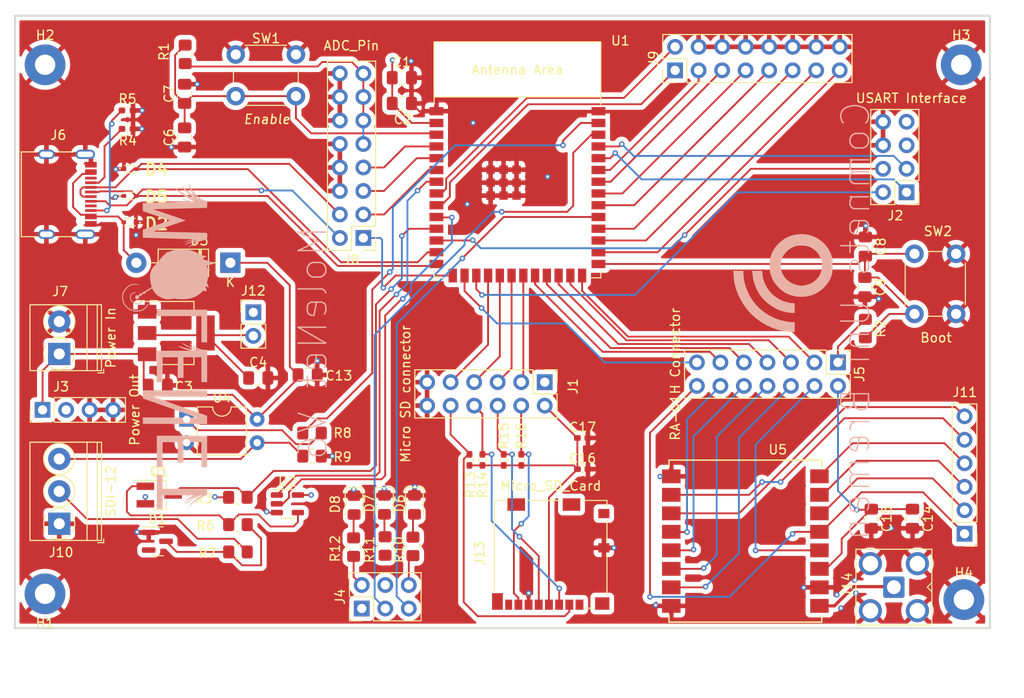
<source format=kicad_pcb>
(kicad_pcb (version 20221018) (generator pcbnew)
  (title_block (title "MoleNet V6") (date "2023-11-29") (rev "1") (company "Comnets Uni Bremen") (comment 1 "Karun Raj Koloth"))
  (layers (0 "F.Cu" signal) (1 "In1.Cu" power "GND") (2 "In2.Cu" power "PWR") (31 "B.Cu" signal) (34 "B.Paste" user) (35 "F.Paste" user) (36 "B.SilkS" user "B.Silkscreen") (37 "F.SilkS" user "F.Silkscreen") (38 "B.Mask" user) (39 "F.Mask" user) (44 "Edge.Cuts" user))
  (net 0 "")
  (net 1 "GND")
  (net 2 "Net-(J10-Pin_2)")
  (net 3 "Net-(J10-Pin_3)")
  (net 4 "+12V")
  (net 5 "Net-(D8-A)")
  (net 6 "Power_Led")
  (net 7 "Net-(D7-A)")
  (net 8 "GPIO_2_LED")
  (net 9 "Net-(D6-A)")
  (net 10 "GPIO_9_LED")
  (net 11 "GPIO_1")
  (net 12 "Net-(R8-Pad2)")
  (net 13 "Net-(D1-K)")
  (net 14 "Net-(Q1-G)")
  (net 15 "SDI_RX")
  (net 16 "+3.3V")
  (net 17 "GPIO_0")
  (net 18 "CHIP_PU")
  (net 19 "SD_MOSI_H")
  (net 20 "SD_VDD")
  (net 21 "SD_CS_H")
  (net 22 "SD_SCK_H")
  (net 23 "Net-(J6-CC2)")
  (net 24 "Net-(J6-CC1)")
  (net 25 "SD_MISO_H")
  (net 26 "RA_VDD")
  (net 27 "RA_RESET_H")
  (net 28 "RA_DIO0_H")
  (net 29 "Net-(J11-Pin_2)")
  (net 30 "Net-(J11-Pin_3)")
  (net 31 "Net-(J11-Pin_4)")
  (net 32 "Net-(J11-Pin_5)")
  (net 33 "Net-(J11-Pin_6)")
  (net 34 "RA_SCK_H")
  (net 35 "RA_MISO_H")
  (net 36 "RA_MOSI_H")
  (net 37 "RA_NCS_H")
  (net 38 "DIR_Out")
  (net 39 "SDI_TX")
  (net 41 "ADC_3")
  (net 42 "ADC_4")
  (net 43 "ADC_5")
  (net 44 "GPIO_15")
  (net 45 "GPIO_16")
  (net 46 "I2C_SCL")
  (net 47 "D-")
  (net 48 "D+")
  (net 49 "ADC_2")
  (net 50 "RA_MISO")
  (net 51 "I2C_SCA")
  (net 52 "SD_CS")
  (net 53 "SD_MOSI")
  (net 54 "SD_SCK")
  (net 55 "SD_MISO")
  (net 56 "RA_NCS")
  (net 57 "RA_RESET")
  (net 58 "RA_DIO0")
  (net 59 "RA_SCK")
  (net 60 "GPIO_35")
  (net 61 "GPIO_36")
  (net 62 "GPIO_37")
  (net 63 "RA_MOSI")
  (net 64 "GPIO_39")
  (net 65 "GPIO_40")
  (net 66 "GPIO_41")
  (net 67 "GPIO_42")
  (net 68 "U1RXD")
  (net 69 "U1TXD")
  (net 70 "GPIO_2")
  (net 71 "Net-(D3-A)")
  (net 76 "GPIO_38")
  (net 77 "GIPO_2_LED")
  (net 78 "Net-(J14-In)")
  (net 79 "Net-(J12-Pin_2)")
  (footprint "Package_TO_SOT_SMD:SOT-23-5" (layer "F.Cu") (at 122.4375 110.25)
    (fp_text reference "U2")
    (fp_text value "SN74LVC1G125DBVR")
  )
  (footprint "Connector_PinHeader_2.54mm:PinHeader_2x06_P2.54mm_Vertical" (layer "F.Cu") (at 150.23 97.1 -90)
    (fp_text reference "J1")
    (fp_text value "Micro SD connector")
  )
  (footprint "Connector_PinHeader_2.54mm:PinHeader_1x02_P2.54mm_Vertical" (layer "F.Cu") (at 118.76 89.56)
    (fp_text reference "J12")
    (fp_text value "Conn_01x02" hide)
  )
  (footprint "Resistor_SMD:R_0402_1005Metric_Pad0.72x0.64mm_HandSolder" (layer "F.Cu") (at 142.1 105.5 -90)
    (fp_text reference "R13")
    (fp_text value "10K")
  )
  (footprint "Resistor_SMD:R_0805_2012Metric_Pad1.20x1.40mm_HandSolder" (layer "F.Cu") (at 117.09 109.55)
    (fp_text reference "R3")
    (fp_text value "220")
  )
  (footprint "Resistor_SMD:R_0805_2012Metric_Pad1.20x1.40mm_HandSolder" (layer "F.Cu") (at 111.4 61.6725 90)
    (fp_text reference "R1")
    (fp_text value "10k" hide)
  )
  (footprint "Package_TO_SOT_SMD:SOT-23" (layer "F.Cu") (at 108.4 114.3)
    (fp_text reference "D1")
    (fp_text value "BZX84C7V5LT1G")
  )
  (footprint "MountingHole:MountingHole_2.2mm_M2_Pad" (layer "F.Cu") (at 96.27 62.8)
    (fp_text reference "H2")
    (fp_text value "MountingHole_Pad" hide)
  )
  (footprint "KiCad:LESD5D50CT1G" (layer "F.Cu") (at 105.42 79.81 180)
    (fp_text reference "D2")
    (fp_text value "LESD5D5.0CT1G" hide)
  )
  (footprint "Package_TO_SOT_SMD:SOT-223-3_TabPin2" (layer "F.Cu") (at 110.44 91.79)
    (fp_text reference "U3")
    (fp_text value "LD1117S33TR_SOT223")
  )
  (footprint "Resistor_SMD:R_0402_1005Metric_Pad0.72x0.64mm_HandSolder" (layer "F.Cu") (at 147.7 105.5 -90)
    (fp_text reference "R16")
    (fp_text value "10K")
  )
  (footprint "PCM_Espressif:ESP32-S3-WROOM-1" (layer "F.Cu") (at 147.285 76.08)
    (fp_text reference "U1")
    (fp_text value "ESP32-S3-WROOM-1")
  )
  (footprint "Connector_PinHeader_2.54mm:PinHeader_2x03_P2.54mm_Vertical" (layer "F.Cu") (at 130.47 121.565 90)
    (fp_text reference "J4")
    (fp_text value "LED_Switch")
  )
  (footprint "Resistor_SMD:R_0805_2012Metric_Pad1.20x1.40mm_HandSolder" (layer "F.Cu") (at 184.86 91.31 -90)
    (fp_text reference "R2")
    (fp_text value "10k")
  )
  (footprint "Capacitor_SMD:C_0805_2012Metric_Pad1.18x1.45mm_HandSolder" (layer "F.Cu") (at 185.5 111.8625 -90)
    (fp_text reference "C15")
    (fp_text value "100nF")
  )
  (footprint "KiCad:LESD5D50CT1G" (layer "F.Cu") (at 105.45 74.08)
    (fp_text reference "D4")
    (fp_text value "LESD5D5.0CT1G" hide)
  )
  (footprint "LED_SMD:LED_0805_2012Metric_Pad1.15x1.40mm_HandSolder" (layer "F.Cu") (at 129.64 110.385 -90)
    (fp_text reference "D8")
    (fp_text value "LED")
  )
  (footprint "LED_SMD:LED_0805_2012Metric_Pad1.15x1.40mm_HandSolder" (layer "F.Cu") (at 136.16 110.365 -90)
    (fp_text reference "D6")
    (fp_text value "LED")
  )
  (footprint "MountingHole:MountingHole_2.2mm_M2_Pad" (layer "F.Cu") (at 96.26 119.98 180)
    (fp_text reference "H1")
    (fp_text value "MountingHole_Pad" hide)
  )
  (footprint "Capacitor_SMD:C_0805_2012Metric_Pad1.18x1.45mm_HandSolder" (layer "F.Cu") (at 111.34 70.655 90)
    (fp_text reference "C6")
    (fp_text value "0.1uF" hide)
  )
  (footprint "Capacitor_SMD:C_0805_2012Metric_Pad1.18x1.45mm_HandSolder" (layer "F.Cu") (at 189.95 111.8625 -90)
    (fp_text reference "C14")
    (fp_text value "22uF")
  )
  (footprint "Connector_Coaxial:SMA_Amphenol_901-143_Horizontal" (layer "F.Cu") (at 187.94 119.26 180)
    (fp_text reference "J14")
    (fp_text value "Conn_Coaxial")
  )
  (footprint "Capacitor_SMD:C_0402_1005Metric_Pad0.74x0.62mm_HandSolder" (layer "F.Cu") (at 154.3225 103.135)
    (fp_text reference "C17")
    (fp_text value "4.7uF")
  )
  (footprint "Connector_PinHeader_2.54mm:PinHeader_2x07_P2.54mm_Vertical" (layer "F.Cu") (at 181.9 94.97 -90)
    (fp_text reference "J5")
    (fp_text value "RA-01H Connector")
  )
  (footprint "Capacitor_SMD:C_0402_1005Metric_Pad0.74x0.62mm_HandSolder" (layer "F.Cu") (at 154.33 106.505)
    (fp_text reference "C16")
    (fp_text value "4.7uF")
  )
  (footprint "Resistor_SMD:R_0805_2012Metric_Pad1.20x1.40mm_HandSolder" (layer "F.Cu") (at 117.1 115.45)
    (fp_text reference "R7")
    (fp_text value "220")
  )
  (footprint "Connector_PinHeader_2.54mm:PinHeader_1x04_P2.54mm_Vertical" (layer "F.Cu") (at 96 100.1 90)
    (fp_text reference "J3")
    (fp_text value "Power Out")
  )
  (footprint "TerminalBlock_Phoenix:TerminalBlock_Phoenix_PT-1,5-3-3.5-H_1x03_P3.50mm_Horizontal" (layer "F.Cu") (at 97.8 112.4 90)
    (fp_text reference "J10")
    (fp_text value "SDI-12")
  )
  (footprint "Capacitor_SMD:C_0805_2012Metric_Pad1.18x1.45mm_HandSolder" (layer "F.Cu") (at 119.29 96.65)
    (fp_text reference "C4")
    (fp_text value "10uF")
  )
  (footprint "Capacitor_SMD:C_0805_2012Metric_Pad1.18x1.45mm_HandSolder" (layer "F.Cu") (at 111.34 65.9425 90)
    (fp_text reference "C7")
    (fp_text value "1uF" hide)
  )
  (footprint "Package_DIP:DIP-4_W7.62mm" (layer "F.Cu") (at 111.55 101.11)
    (fp_text reference "U4")
    (fp_text value "PC817")
  )
  (footprint "Diode_THT:D_DO-41_SOD81_P10.16mm_Horizontal" (layer "F.Cu") (at 116.28 84.2 180)
    (fp_text reference "D3")
    (fp_text value "1N5819" hide)
  )
  (footprint "Connector_USB:USB_C_Receptacle_G-Switch_GT-USB-7010ASV" (layer "F.Cu") (at 97.49 76.8 -90)
    (fp_text reference "J6")
    (fp_text value "USB_C_Receptacle_USB2.0" hide)
  )
  (footprint "Resistor_SMD:R_0805_2012Metric_Pad1.20x1.40mm_HandSolder" (layer "F.Cu") (at 125.1 102.6)
    (fp_text reference "R8")
    (fp_text value "220")
  )
  (footprint "Button_Switch_THT:SW_PUSH_6mm_H4.3mm" (layer "F.Cu") (at 116.86 61.69)
    (fp_text reference "SW1")
    (fp_text value "Enable")
  )
  (footprint "Package_TO_SOT_SMD:SOT-23_Handsoldering" (layer "F.Cu") (at 108.6 109.3)
    (fp_text reference "Q1")
    (fp_text value "BSS123LT1G")
  )
  (footprint "Button_Switch_THT:SW_PUSH_6mm_H4.3mm" (layer "F.Cu") (at 194.66 83.23 -90)
    (fp_text reference "SW2")
    (fp_text value "Boot")
  )
  (footprint "Resistor_SMD:R_0402_1005Metric_Pad0.72x0.64mm_HandSolder" (layer "F.Cu") (at 105.17 67.74 180)
    (fp_text reference "R5")
    (fp_text value "5.1k" hide)
  )
  (footprint "Capacitor_SMD:C_0805_2012Metric_Pad1.18x1.45mm_HandSolder" (layer "F.Cu") (at 134.8 66.98)
    (fp_text reference "C2")
    (fp_text value "100nF" hide)
  )
  (footprint "Capacitor_SMD:C_0805_2012Metric_Pad1.18x1.45mm_HandSolder" (layer "F.Cu") (at 184.81 86.83 -90)
    (fp_text reference "C9")
    (fp_text value "1uF")
  )
  (footprint "LED_SMD:LED_0805_2012Metric_Pad1.15x1.40mm_HandSolder" (layer "F.Cu") (at 132.92 110.365 -90)
    (fp_text reference "D7")
    (fp_text value "LED")
  )
  (footprint "KiCad:LESD5D50CT1G" (layer "F.Cu") (at 105.45 76.98)
    (fp_text reference "D5")
    (fp_text value "LESD5D5.0CT1G" hide)
  )
  (footprint "Connector_PinHeader_2.54mm:PinHeader_2x08_P2.54mm_Vertical" (layer "F.Cu") (at 130.64 81.52 180)
    (fp_text reference "J8")
    (fp_text value "ADC_Pin")
  )
  (footprint "TerminalBlock_Phoenix:TerminalBlock_Phoenix_PT-1,5-2-3.5-H_1x02_P3.50mm_Horizontal" (layer "F.Cu") (at 97.8 94.05 90)
    (fp_text reference "J7")
    (fp_text value "Power In")
  )
  (footprint "Resistor_SMD:R_0805_2012Metric_Pad1.20x1.40mm_HandSolder" (layer "F.Cu") (at 117.1 112.5)
    (fp_text reference "R6")
    (fp_text value "220")
  )
  (footprint "Resistor_SMD:R_0805_2012Metric_Pad1.20x1.40mm_HandSolder" (layer "F.Cu") (at 125.1 105.1 180)
    (fp_text reference "R9")
    (fp_text value "1k")
  )
  (footprint "Capacitor_SMD:C_0805_2012Metric_Pad1.18x1.45mm_HandSolder" (layer "F.Cu") (at 184.86 82.4475 -90)
    (fp_text reference "C8")
    (fp_text value "0.1uF")
  )
  (footprint "Resistor_SMD:R_0805_2012Metric_Pad1.20x1.40mm_HandSolder" (layer "F.Cu") (at 129.59 114.93 -90)
    (fp_text reference "R12")
    (fp_text value "220")
  )
  (footprint "Connector_PinHeader_2.54mm:PinHeader_1x06_P2.54mm_Vertical" (layer "F.Cu") (at 195.57 113.49 180)
    (fp_text reference "J11")
    (fp_text value "RA_01_DIO")
  )
  (footprint "Connector_Card:microSD_HC_Molex_104031-0811" (layer "F.Cu") (at 150.88 115.705 180)
    (fp_text reference "J13")
    (fp_text value "Micro_SD_Card")
  )
  (footprint "Capacitor_SMD:C_0805_2012Metric_Pad1.18x1.45mm_HandSolder" (layer "F.Cu") (at 108.44 97.45)
    (fp_text reference "C3")
    (fp_text value "100nF")
  )
  (footprint "Connector_PinHeader_2.54mm:PinHeader_2x04_P2.54mm_Vertical" (layer "F.Cu") (at 189.31 76.58 180)
    (fp_text reference "J2")
    (fp_text value "USART Interface")
  )
  (footprint "Resistor_SMD:R_0402_1005Metric_Pad0.72x0.64mm_HandSolder" (layer "F.Cu") (at 143.5 105.5 -90)
    (fp_text reference "R14")
    (fp_text value "10K")
  )
  (footprint "Resistor_SMD:R_0805_2012Metric_Pad1.20x1.40mm_HandSolder" (layer "F.Cu") (at 136 114.85 -90)
    (fp_text reference "R10")
    (fp_text value "220")
  )
  (footprint "Capacitor_SMD:C_0805_2012Metric_Pad1.18x1.45mm_HandSolder" (layer "F.Cu") (at 124.6225 96.32)
    (fp_text reference "C13")
    (fp_text value "10uF")
  )
  (footprint "Resistor_SMD:R_0402_1005Metric_Pad0.72x0.64mm_HandSolder" (layer "F.Cu") (at 145.8 105.5 -90)
    (fp_text reference "R15")
    (fp_text value "10K")
  )
  (footprint "Resistor_SMD:R_0402_1005Metric_Pad0.72x0.64mm_HandSolder" (layer "F.Cu") (at 105.17 69.73 180)
    (fp_text reference "R4")
    (fp_text value "5.1k" hide)
  )
  (footprint "RF_Module:Ai-Thinker-Ra-01-LoRa" (layer "F.Cu") (at 171.9 114.28 180)
    (fp_text reference "U5")
    (fp_text value "Ai-Thinker-Ra-01H")
  )
  (footprint "MountingHole:MountingHole_2.2mm_M2_Pad" (layer "F.Cu") (at 195.5 120.6)
    (fp_text reference "H4")
    (fp_text value "MountingHole_Pad" hide)
  )
  (footprint "MountingHole:MountingHole_2.2mm_M2_Pad" (layer "F.Cu") (at 195.21 62.8)
    (fp_text reference "H3")
    (fp_text value "MountingHole_Pad" hide)
  )
  (footprint "Capacitor_SMD:C_0805_2012Metric_Pad1.18x1.45mm_HandSolder" (layer "F.Cu") (at 134.8 64.2)
    (fp_text reference "C1")
    (fp_text value "22uF" hide)
  )
  (footprint "Resistor_SMD:R_0805_2012Metric_Pad1.20x1.40mm_HandSolder" (layer "F.Cu") (at 132.99 114.81 -90)
    (fp_text reference "R11")
    (fp_text value "220")
  )
  (footprint "Connector_PinHeader_2.54mm:PinHeader_2x08_P2.54mm_Vertical" (layer "F.Cu") (at 164.31 63.4 90)
    (fp_text reference "J9")
    (fp_text value "Unused Pin")
  )
  (footprint "LOGO" (layer "B.Cu") (at 175.97 86.41 -90)
    (fp_text reference "G2" hide)
    (fp_text value "LOGO" hide)
  )
  (footprint "LOGO" (layer "B.Cu") (at 109.500927 93.359158 -90)
    (fp_text reference "G1" hide)
    (fp_text value "LOGO" hide)
  )
  (gr_rect (start 93 57.5) (end 198.3 123.7) (stroke (width 0.2)) (fill none) (layer "Edge.Cuts"))
  (gr_text "Comnets Uni Bremen" (at 183.82 90.5 90) (layer "B.SilkS") (effects (font (size 3 3)) (justify mirror)))
  (gr_text "MoleNet V6" (at 125.21 92.88 90) (layer "B.SilkS") (effects (font (size 3 3)) (justify mirror)))
  (segment (start 104.79 74.08) (end 103.92 74.08) (width 0.2) (layer "F.Cu") (net 1))
  (segment (start 103.9795 76.98) (end 103.8595 77.1) (width 0.2) (layer "F.Cu") (net 1))
  (segment (start 179.9 119.28) (end 178.22 119.28) (width 0.2) (layer "F.Cu") (net 1))
  (segment (start 106.1 79.83) (end 106.08 79.81) (width 0.2) (layer "F.Cu") (net 1))
  (segment (start 156.62 115.005) (end 157.695 115.005) (width 0.2) (layer "F.Cu") (net 1))
  (segment (start 136.6775 67.82) (end 138.535 67.82) (width 0.2) (layer "F.Cu") (net 1))
  (segment (start 148.485 119.915) (end 148.5 119.9) (width 0.2) (layer "F.Cu") (net 1))
  (segment (start 129.64 108.74) (end 129.6 108.7) (width 0.2) (layer "F.Cu") (net 1))
  (segment (start 135.8375 64.2) (end 135.8375 62.4375) (width 0.2) (layer "F.Cu") (net 1))
  (segment (start 184.81 87.8675) (end 186.0675 87.8675) (width 0.2) (layer "F.Cu") (net 1))
  (segment (start 106.1 81.2) (end 106.1 79.83) (width 0.2) (layer "F.Cu") (net 1))
  (segment (start 135.8375 66.98) (end 135.8375 64.2) (width 0.2) (layer "F.Cu") (net 1))
  (segment (start 178.22 119.28) (end 178.2 119.3) (width 0.2) (layer "F.Cu") (net 1))
  (segment (start 157.695 115.005) (end 157.7 115) (width 0.2) (layer "F.Cu") (net 1))
  (segment (start 103.92 74.08) (end 103.9 74.1) (width 0.2) (layer "F.Cu") (net 1))
  (segment (start 125.66 96.32) (end 125.69 94.8) (width 0.2) (layer "F.Cu") (net 1))
  (segment (start 148.485 121.155) (end 148.485 119.915) (width 0.2) (layer "F.Cu") (net 1))
  (segment (start 129.64 109.36) (end 129.64 108.74) (width 0.2) (layer "F.Cu") (net 1))
  (segment (start 136.16 108.44) (end 136.2 108.4) (width 0.2) (layer "F.Cu") (net 1))
  (segment (start 121.3 111.2) (end 120.3 111.2) (width 0.2) (layer "F.Cu") (net 1))
  (segment (start 185.5 112.9) (end 187.65 112.9) (width 0.2) (layer "F.Cu") (net 1))
  (segment (start 106.25 113.35) (end 106.2 113.3) (width 0.2) (layer "F.Cu") (net 1))
  (segment (start 107.1 110.25) (end 107.1 109.5) (width 0.2) (layer "F.Cu") (net 1))
  (segment (start 162.72 107.28) (end 162.7 107.3) (width 0.2) (layer "F.Cu") (net 1))
  (segment (start 135.8375 62.4375) (end 135.8 62.4) (width 0.2) (layer "F.Cu") (net 1))
  (segment (start 111.34 64.905) (end 112.695 64.905) (width 0.2) (layer "F.Cu") (net 1))
  (segment (start 107.4625 113.35) (end 106.25 113.35) (width 0.2) (layer "F.Cu") (net 1))
  (segment (start 132.92 108.62) (end 132.9 108.6) (width 0.2) (layer "F.Cu") (net 1))
  (segment (start 125.69 94.8) (end 125.66 94.82) (width 0.2) (layer "F.Cu") (net 1))
  (segment (start 132.92 109.34) (end 132.92 108.62) (width 0.2) (layer "F.Cu") (net 1))
  (segment (start 184.86 81.41) (end 184.86 80.24) (width 0.2) (layer "F.Cu") (net 1))
  (segment (start 163.9 107.28) (end 162.72 107.28) (width 0.2) (layer "F.Cu") (net 1))
  (segment (start 126.1 105.1) (end 127.3 105.1) (width 0.2) (layer "F.Cu") (net 1))
  (segment (start 111.34 71.6925) (end 109.9075 71.6925) (width 0.2) (layer "F.Cu") (net 1))
  (segment (start 135.8375 66.98) (end 136.6775 67.82) (width 0.2) (layer "F.Cu") (net 1))
  (segment (start 104.79 76.98) (end 103.9795 76.98) (width 0.2) (layer "F.Cu") (net 1))
  (segment (start 120.3 111.2) (end 120.2 111.1) (width 0.2) (layer "F.Cu") (net 1))
  (segment (start 189.95 112.9) (end 187.65 112.9) (width 0.2) (layer "F.Cu") (net 1))
  (segment (start 106.76 67.74) (end 105.7675 67.74) (width 0.2) (layer "F.Cu") (net 1))
  (segment (start 106.73 69.73) (end 105.7675 69.73) (width 0.2) (layer "F.Cu") (net 1))
  (segment (start 163.9 121.28) (end 162.28 121.28) (width 0.2) (layer "F.Cu") (net 1))
  (segment (start 186.0675 87.8675) (end 186.3 88.1) (width 0.2) (layer "F.Cu") (net 1))
  (segment (start 184.86 80.24) (end 184.9 80.2) (width 0.2) (layer "F.Cu") (net 1))
  (segment (start 109.9075 71.6925) (end 109.9 71.7) (width 0.2) (layer "F.Cu") (net 1))
  (segment (start 112.695 64.905) (end 112.7 64.9) (width 0.2) (layer "F.Cu") (net 1))
  (segment (start 162.28 121.28) (end 162.2 121.2) (width 0.2) (layer "F.Cu") (net 1))
  (segment (start 136.16 109.34) (end 136.16 108.44) (width 0.2) (layer "F.Cu") (net 1))
  (via (at 150.54 74.9) (size 0.6) (drill 0.3) (layers "F.Cu" "B.Cu") (net 1))
  (via (at 125.69 94.8) (size 0.6) (drill 0.3) (layers "F.Cu" "B.Cu") (net 1))
  (via (at 183.7 118.5) (size 0.6) (drill 0.3) (layers "F.Cu" "B.Cu") (net 1))
  (via (at 162.7 107.3) (size 0.6) (drill 0.3) (layers "F.Cu" "B.Cu") (net 1))
  (via (at 186.3 88.1) (size 0.6) (drill 0.3) (layers "F.Cu" "B.Cu") (net 1))
  (via (at 181.77341 120.07341) (size 0.6) (drill 0.3) (layers "F.Cu" "B.Cu") (net 1))
  (via (at 120.2 111.1) (size 0.6) (drill 0.3) (layers "F.Cu" "B.Cu") (net 1))
  (via (at 148.5 119.9) (size 0.6) (drill 0.3) (layers "F.Cu" "B.Cu") (net 1))
  (via (at 106.2 113.3) (size 0.6) (drill 0.3) (layers "F.Cu" "B.Cu") (net 1))
  (via (at 141.87 77.87) (size 0.6) (drill 0.3) (layers "F.Cu" "B.Cu") (net 1))
  (via (at 132.9 108.6) (size 0.6) (drill 0.3) (layers "F.Cu" "B.Cu") (net 1))
  (via (at 109.9 71.7) (size 0.6) (drill 0.3) (layers "F.Cu" "B.Cu") (net 1))
  (via (at 112.7 64.9) (size 0.6) (drill 0.3) (layers "F.Cu" "B.Cu") (net 1))
  (via (at 183.83959 119.91359) (size 0.6) (drill 0.3) (layers "F.Cu" "B.Cu") (net 1))
  (via (at 107.1 109.5) (size 0.6) (drill 0.3) (layers "F.Cu" "B.Cu") (net 1))
  (via (at 127.3 105.1) (size 0.6) (drill 0.3) (layers "F.Cu" "B.Cu") (net 1))
  (via (at 106.1 81.2) (size 0.6) (drill 0.3) (layers "F.Cu" "B.Cu") (net 1))
  (via (at 135.8 62.4) (size 0.6) (drill 0.3) (layers "F.Cu" "B.Cu") (net 1))
  (via (at 184.9 80.2) (size 0.6) (drill 0.3) (layers "F.Cu" "B.Cu") (net 1))
  (via (at 106.76 67.74) (size 0.6) (drill 0.3) (layers "F.Cu" "B.Cu") (net 1))
  (via (at 106.73 69.73) (size 0.6) (drill 0.3) (layers "F.Cu" "B.Cu") (net 1))
  (via (at 162.2 121.2) (size 0.6) (drill 0.3) (layers "F.Cu" "B.Cu") (net 1))
  (via (at 182.22659 121.52659) (size 0.6) (drill 0.3) (layers "F.Cu" "B.Cu") (net 1))
  (via (at 187.65 112.9) (size 0.6) (drill 0.3) (layers "F.Cu" "B.Cu") (net 1))
  (via (at 157.7 115) (size 0.6) (drill 0.3) (layers "F.Cu" "B.Cu") (net 1))
  (via (at 136.2 108.4) (size 0.6) (drill 0.3) (layers "F.Cu" "B.Cu") (net 1))
  (via (at 178.2 119.3) (size 0.6) (drill 0.3) (layers "F.Cu" "B.Cu") (net 1))
  (via (at 129.6 108.7) (size 0.6) (drill 0.3) (layers "F.Cu" "B.Cu") (net 1))
  (via (at 142.5 69.08) (size 0.6) (drill 0.3) (layers "F.Cu" "B.Cu") (net 1))
  (via (at 103.9 74.1) (size 0.6) (drill 0.3) (layers "F.Cu" "B.Cu") (net 1))
  (via (at 103.8595 77.1) (size 0.6) (drill 0.3) (layers "F.Cu" "B.Cu") (net 1))
  (segment (start 116.677817 114.027817) (end 112.727817 114.027817) (width 0.2) (layer "F.Cu") (net 2))
  (segment (start 110.6 111.9) (end 100.8 111.9) (width 0.2) (layer "F.Cu") (net 2))
  (segment (start 118.1 115.45) (end 116.677817 114.027817) (width 0.2) (layer "F.Cu") (net 2))
  (segment (start 100.8 111.9) (end 97.8 108.9) (width 0.2) (layer "F.Cu") (net 2))
  (segment (start 112.727817 114.027817) (end 110.6 111.9) (width 0.2) (layer "F.Cu") (net 2))
  (segment (start 119.17 103.65) (end 122.65 103.65) (width 0.2) (layer "F.Cu") (net 3))
  (segment (start 117.42 105.4) (end 97.8 105.4) (width 0.2) (layer "F.Cu") (net 3))
  (segment (start 119.17 103.65) (end 117.42 105.4) (width 0.2) (layer "F.Cu") (net 3))
  (segment (start 122.65 103.65) (end 124.1 105.1) (width 0.2) (layer "F.Cu") (net 3))
  (segment (start 106.92 96.9675) (end 107.4025 97.45) (width 0.2) (layer "F.Cu") (net 4))
  (segment (start 123.3925 96.5125) (end 123.585 96.32) (width 0.2) (layer "F.Cu") (net 4))
  (segment (start 108.4275 98.475) (end 107.4025 97.45) (width 0.2) (layer "F.Cu") (net 4))
  (segment (start 116.535 98.475) (end 108.4275 98.475) (width 0.2) (layer "F.Cu") (net 4))
  (segment (start 106.92 94.33) (end 106.92 96.9675) (width 0.2) (layer "F.Cu") (net 4))
  (segment (start 116.28 84.2) (end 120.265 84.2) (width 0.2) (layer "F.Cu") (net 4))
  (segment (start 119.17 101.11) (end 123.585 96.695) (width 0.2) (layer "F.Cu") (net 4))
  (segment (start 96 95.85) (end 97.8 94.05) (width 0.2) (layer "F.Cu") (net 4))
  (segment (start 119.17 101.11) (end 116.535 98.475) (width 0.2) (layer "F.Cu") (net 4))
  (segment (start 123.585 96.695) (end 123.585 96.32) (width 0.2) (layer "F.Cu") (net 4))
  (segment (start 120.265 84.2) (end 122.6975 86.6325) (width 0.2) (layer "F.Cu") (net 4))
  (segment (start 106.64 94.05) (end 106.92 94.33) (width 0.2) (layer "F.Cu") (net 4))
  (segment (start 96 100.1) (end 96 95.85) (width 0.2) (layer "F.Cu") (net 4))
  (segment (start 122.6975 86.6325) (end 122.6975 95.4325) (width 0.2) (layer "F.Cu") (net 4))
  (segment (start 97.8 94.05) (end 106.64 94.05) (width 0.2) (layer "F.Cu") (net 4))
  (segment (start 122.6975 95.4325) (end 123.585 96.32) (width 0.2) (layer "F.Cu") (net 4))
  (segment (start 129.59 111.46) (end 129.64 111.41) (width 0.2) (layer "F.Cu") (net 5))
  (segment (start 129.59 113.93) (end 129.59 111.46) (width 0.2) (layer "F.Cu") (net 5))
  (segment (start 129.59 118.145) (end 130.47 119.025) (width 0.2) (layer "F.Cu") (net 6))
  (segment (start 129.59 115.93) (end 129.59 118.145) (width 0.2) (layer "F.Cu") (net 6))
  (segment (start 132.99 113.81) (end 132.92 113.74) (width 0.2) (layer "F.Cu") (net 7))
  (segment (start 132.92 113.74) (end 132.92 111.39) (width 0.2) (layer "F.Cu") (net 7))
  (segment (start 136 111.55) (end 136.16 111.39) (width 0.2) (layer "F.Cu") (net 9))
  (segment (start 136 113.85) (end 136 111.55) (width 0.2) (layer "F.Cu") (net 9))
  (segment (start 136 115.85) (end 135.55 116.3) (width 0.2) (layer "F.Cu") (net 10))
  (segment (start 135.55 116.3) (end 135.55 119.025) (width 0.2) (layer "F.Cu") (net 10))
  (segment (start 152.2 71.5) (end 152.2 71.011471) (width 0.2) (layer "F.Cu") (net 11))
  (segment (start 131.6 87.1) (end 133.5 85.2) (width 0.2) (layer "F.Cu") (net 11))
  (segment (start 131.6 96.127817) (end 131.6 87.1) (width 0.2) (layer "F.Cu") (net 11))
  (segment (start 125.675 101.025) (end 126.702817 101.025) (width 0.2) (layer "F.Cu") (net 11))
  (segment (start 126.702817 101.025) (end 131.6 96.127817) (width 0.2) (layer "F.Cu") (net 11))
  (segment (start 152.2 71.011471) (end 154.121471 69.09) (width 0.2) (layer "F.Cu") (net 11))
  (segment (start 154.121471 69.09) (end 156.035 69.09) (width 0.2) (layer "F.Cu") (net 11))
  (segment (start 124.1 102.6) (end 125.675 101.025) (width 0.2) (layer "F.Cu") (net 11))
  (via (at 152.2 71.5) (size 0.6) (drill 0.3) (layers "F.Cu" "B.Cu") (net 11))
  (via (at 133.5 85.2) (size 0.6) (drill 0.3) (layers "F.Cu" "B.Cu") (net 11))
  (segment (start 133.82 78.231471) (end 140.551471 71.5) (width 0.2) (layer "B.Cu") (net 11))
  (segment (start 140.551471 71.5) (end 152.2 71.5) (width 0.2) (layer "B.Cu") (net 11))
  (segment (start 133.5 85.2) (end 133.82 84.88) (width 0.2) (layer "B.Cu") (net 11))
  (segment (start 133.82 84.88) (end 133.82 78.231471) (width 0.2) (layer "B.Cu") (net 11))
  (segment (start 123.365686 103.8) (end 121.865686 102.3) (width 0.2) (layer "F.Cu") (net 12))
  (segment (start 112.74 102.3) (end 111.55 101.11) (width 0.2) (layer "F.Cu") (net 12))
  (segment (start 121.865686 102.3) (end 112.74 102.3) (width 0.2) (layer "F.Cu") (net 12))
  (segment (start 126.1 102.6) (end 124.9 103.8) (width 0.2) (layer "F.Cu") (net 12))
  (segment (start 124.9 103.8) (end 123.365686 103.8) (width 0.2) (layer "F.Cu") (net 12))
  (segment (start 109.3375 114.3) (end 110.4875 115.45) (width 0.2) (layer "F.Cu") (net 13))
  (segment (start 119.6 114) (end 118.1 112.5) (width 0.2) (layer "F.Cu") (net 13))
  (segment (start 116.1 115.45) (end 117.55 116.9) (width 0.2) (layer "F.Cu") (net 13))
  (segment (start 110.4875 115.45) (end 116.1 115.45) (width 0.2) (layer "F.Cu") (net 13))
  (segment (start 119.6 116.9) (end 119.6 114) (width 0.2) (layer "F.Cu") (net 13))
  (segment (start 117.55 116.9) (end 119.6 116.9) (width 0.2) (layer "F.Cu") (net 13))
  (segment (start 120.6 112.7) (end 123.1 112.7) (width 0.2) (layer "F.Cu") (net 14))
  (segment (start 116.1 112.5) (end 115.1 111.5) (width 0.2) (layer "F.Cu") (net 14))
  (segment (start 117.2 111.4) (end 119.3 111.4) (width 0.2) (layer "F.Cu") (net 14))
  (segment (start 105.65 108.35) (end 107.1 108.35) (width 0.2) (layer "F.Cu") (net 14))
  (segment (start 105.5 111.5) (end 105.1 111.1) (width 0.2) (layer "F.Cu") (net 14))
  (segment (start 105.1 111.1) (end 105.1 108.9) (width 0.2) (layer "F.Cu") (net 14))
  (segment (start 116.1 112.5) (end 117.2 111.4) (width 0.2) (layer "F.Cu") (net 14))
  (segment (start 123.575 112.225) (end 123.575 111.2) (width 0.2) (layer "F.Cu") (net 14))
  (segment (start 115.1 111.5) (end 105.5 111.5) (width 0.2) (layer "F.Cu") (net 14))
  (segment (start 105.1 108.9) (end 105.65 108.35) (width 0.2) (layer "F.Cu") (net 14))
  (segment (start 119.3 111.4) (end 120.6 112.7) (width 0.2) (layer "F.Cu") (net 14))
  (segment (start 123.1 112.7) (end 123.575 112.225) (width 0.2) (layer "F.Cu") (net 14))
  (segment (start 133.65 87.05) (end 132 88.7) (width 0.2) (layer "F.Cu") (net 15))
  (segment (start 135.5805 80.52) (end 138.535 80.52) (width 0.2) (layer "F.Cu") (net 15))
  (segment (start 110.85 108.55) (end 110.1 109.3) (width 0.2) (layer "F.Cu") (net 15))
  (segment (start 131.4 106.7) (end 120.94 106.7) (width 0.2) (layer "F.Cu") (net 15))
  (segment (start 118.09 109.55) (end 117.09 108.55) (width 0.2) (layer "F.Cu") (net 15))
  (segment (start 117.09 108.55) (end 110.85 108.55) (width 0.2) (layer "F.Cu") (net 15))
  (segment (start 134.8005 81.3) (end 135.5805 80.52) (width 0.2) (layer "F.Cu") (net 15))
  (segment (start 132 106.1) (end 131.4 106.7) (width 0.2) (layer "F.Cu") (net 15))
  (segment (start 132 88.7) (end 132 106.1) (width 0.2) (layer "F.Cu") (net 15))
  (segment (start 120.94 106.7) (end 118.09 109.55) (width 0.2) (layer "F.Cu") (net 15))
  (via (at 133.65 87.05) (size 0.6) (drill 0.3) (layers "F.Cu" "B.Cu") (net 15))
  (via (at 134.8005 81.3) (size 0.6) (drill 0.3) (layers "F.Cu" "B.Cu") (net 15))
  (segment (start 133.65 87.05) (end 134.8005 85.8995) (width 0.2) (layer "B.Cu") (net 15))
  (segment (start 134.8005 85.8995) (end 134.8005 81.3) (width 0.2) (layer "B.Cu") (net 15))
  (segment (start 123.575 109.3) (end 125 109.3) (width 0.2) (layer "F.Cu") (net 16))
  (segment (start 111.7175 62.99) (end 125.71 62.99) (width 0.2) (layer "F.Cu") (net 16))
  (segment (start 129.4 62.5) (end 130.64 63.74) (width 0.2) (layer "F.Cu") (net 16))
  (segment (start 130.64 63.74) (end 130.64 66.28) (width 0.2) (layer "F.Cu") (net 16))
  (segment (start 126.2 62.5) (end 129.4 62.5) (width 0.2) (layer "F.Cu") (net 16))
  (segment (start 133.7625 66.98) (end 135.8725 69.09) (width 0.2) (layer "F.Cu") (net 16))
  (segment (start 116.09 109.55) (end 114.65 109.55) (width 0.2) (layer "F.Cu") (net 16))
  (segment (start 133.7625 64.2) (end 133.7625 66.98) (width 0.2) (layer "F.Cu") (net 16))
  (segment (start 114.65 109.55) (end 114.6 109.5) (width 0.2) (layer "F.Cu") (net 16))
  (segment (start 125.71 62.99) (end 126.2 62.5) (width 0.2) (layer "F.Cu") (net 16))
  (segment (start 111.4 62.6725) (end 111.7175 62.99) (width 0.2) (layer "F.Cu") (net 16))
  (segment (start 133.7625 62.3375) (end 133.8 62.3) (width 0.2) (layer "F.Cu") (net 16))
  (segment (start 135.8725 69.09) (end 138.535 69.09) (width 0.2) (layer "F.Cu") (net 16))
  (segment (start 138.265 68.82) (end 138.535 69.09) (width 0.2) (layer "F.Cu") (net 16))
  (segment (start 181.9 94.97) (end 181.9 93.27) (width 0.2) (layer "F.Cu") (net 16))
  (segment (start 133.7625 64.2) (end 133.7625 62.3375) (width 0.2) (layer "F.Cu") (net 16))
  (segment (start 181.9 93.27) (end 184.86 90.31) (width 0.2) (layer "F.Cu") (net 16))
  (segment (start 130.64 66.28) (end 130.64 68.82) (width 0.2) (layer "F.Cu") (net 16))
  (via (at 125 109.3) (size 0.6) (drill 0.3) (layers "F.Cu" "B.Cu") (net 16))
  (via (at 133.8 62.3) (size 0.6) (drill 0.3) (layers "F.Cu" "B.Cu") (net 16))
  (via (at 114.6 109.5) (size 0.6) (drill 0.3) (layers "F.Cu" "B.Cu") (net 16))
  (segment (start 130.64 68.82) (end 130.64 71.36) (width 0.2) (layer "B.Cu") (net 16))
  (segment (start 187.44 89.73) (end 184.86 92.31) (width 0.2) (layer "F.Cu") (net 17))
  (segment (start 190.16 83.23) (end 185.115 83.23) (width 0.2) (layer "F.Cu") (net 17))
  (segment (start 190.16 89.73) (end 187.44 89.73) (width 0.2) (layer "F.Cu") (net 17))
  (segment (start 184.86 83.485) (end 184.015 84.33) (width 0.2) (layer "F.Cu") (net 17))
  (segment (start 184.86 83.000317) (end 184.86 83.485) (width 0.2) (layer "F.Cu") (net 17))
  (segment (start 184.015 84.33) (end 156.035 84.33) (width 0.2) (layer "F.Cu") (net 17))
  (segment (start 185.115 83.23) (end 184.86 83.485) (width 0.2) (layer "F.Cu") (net 17))
  (segment (start 184.86 83.485) (end 184.81 83.535) (width 0.2) (layer "F.Cu") (net 17))
  (segment (start 184.81 83.535) (end 184.81 85.7925) (width 0.2) (layer "F.Cu") (net 17))
  (segment (start 186.2225 85.7925) (end 190.16 89.73) (width 0.2) (layer "F.Cu") (net 17))
  (segment (start 184.81 85.7925) (end 186.2225 85.7925) (width 0.2) (layer "F.Cu") (net 17))
  (segment (start 138.385 70.21) (end 125.01 70.21) (width 0.2) (layer "F.Cu") (net 18))
  (segment (start 123.36 66.19) (end 116.86 66.19) (width 0.2) (layer "F.Cu") (net 18))
  (segment (start 110.315 65.955) (end 110.315 61.7575) (width 0.2) (layer "F.Cu") (net 18))
  (segment (start 116.86 66.19) (end 112.13 66.19) (width 0.2) (layer "F.Cu") (net 18))
  (segment (start 123.36 68.56) (end 123.36 66.19) (width 0.2) (layer "F.Cu") (net 18))
  (segment (start 125.01 70.21) (end 123.36 68.56) (width 0.2) (layer "F.Cu") (net 18))
  (segment (start 112.13 66.19) (end 111.34 66.98) (width 0.2) (layer "F.Cu") (net 18))
  (segment (start 111.34 66.98) (end 110.315 65.955) (width 0.2) (layer "F.Cu") (net 18))
  (segment (start 138.535 70.36) (end 138.385 70.21) (width 0.2) (layer "F.Cu") (net 18))
  (segment (start 110.315 61.7575) (end 111.4 60.6725) (width 0.2) (layer "F.Cu") (net 18))
  (segment (start 111.34 66.98) (end 111.34 69.6175) (width 0.2) (layer "F.Cu") (net 18))
  (segment (start 151.8 121.14) (end 151.785 121.155) (width 0.2) (layer "F.Cu") (net 19))
  (segment (start 142.61 99.64) (end 143.5 100.53) (width 0.2) (layer "F.Cu") (net 19))
  (segment (start 151.8 119.4) (end 151.8 121.14) (width 0.2) (layer "F.Cu") (net 19))
  (segment (start 143.5 104.9025) (end 144.4975 104.9025) (width 0.2) (layer "F.Cu") (net 19))
  (segment (start 144.4975 104.9025) (end 144.5 104.9) (width 0.2) (layer "F.Cu") (net 19))
  (segment (start 143.5 100.53) (end 143.5 104.9025) (width 0.2) (layer "F.Cu") (net 19))
  (via (at 151.8 119.4) (size 0.6) (drill 0.3) (layers "F.Cu" "B.Cu") (net 19))
  (via (at 144.5 104.9) (size 0.6) (drill 0.3) (layers "F.Cu" "B.Cu") (net 19))
  (segment (start 144.5 112.1) (end 151.8 119.4) (width 0.2) (layer "B.Cu") (net 19))
  (segment (start 144.5 104.9) (end 144.5 112.1) (width 0.2) (layer "B.Cu") (net 19))
  (segment (start 143.4 105.9975) (end 143.5 106.0975) (width 0.2) (layer "F.Cu") (net 20))
  (segment (start 153.755 106.4975) (end 153.755 103.135) (width 0.2) (layer "F.Cu") (net 20))
  (segment (start 153.7625 106.505) (end 150.685 109.5825) (width 0.2) (layer "F.Cu") (net 20))
  (segment (start 147.7 106.0975) (end 153.355 106.0975) (width 0.2) (layer "F.Cu") (net 20))
  (segment (start 145.8 106.0975) (end 147.7 106.0975) (width 0.2) (layer "F.Cu") (net 20))
  (segment (start 150.685 109.5825) (end 150.685 121.155) (width 0.2) (layer "F.Cu") (net 20))
  (segment (start 153.755 103.135) (end 153.725 103.135) (width 0.2) (layer "F.Cu") (net 20))
  (segment (start 153.7625 106.505) (end 153.755 106.4975) (width 0.2) (layer "F.Cu") (net 20))
  (segment (start 153.355 106.0975) (end 153.7625 106.505) (width 0.2) (layer "F.Cu") (net 20))
  (segment (start 153.725 103.135) (end 150.23 99.64) (width 0.2) (layer "F.Cu") (net 20))
  (segment (start 142.1 106.0975) (end 143.5 106.0975) (width 0.2) (layer "F.Cu") (net 20))
  (segment (start 143.5 106.0975) (end 145.8 106.0975) (width 0.2) (layer "F.Cu") (net 20))
  (segment (start 143 122.4) (end 152.39 122.4) (width 0.2) (layer "F.Cu") (net 21))
  (segment (start 142.1 104.8025) (end 141.48 105.4225) (width 0.2) (layer "F.Cu") (net 21))
  (segment (start 152.885 121.905) (end 152.885 121.155) (width 0.2) (layer "F.Cu") (net 21))
  (segment (start 140.07 102.7725) (end 142.1 104.8025) (width 0.2) (layer "F.Cu") (net 21))
  (segment (start 141.48 105.4225) (end 141.48 120.88) (width 0.2) (layer "F.Cu") (net 21))
  (segment (start 140.07 99.64) (end 140.07 102.7725) (width 0.2) (layer "F.Cu") (net 21))
  (segment (start 141.48 120.88) (end 143 122.4) (width 0.2) (layer "F.Cu") (net 21))
  (segment (start 152.39 122.4) (end 152.885 121.905) (width 0.2) (layer "F.Cu") (net 21))
  (segment (start 145.15 104.2525) (end 145.8 104.9025) (width 0.2) (layer "F.Cu") (net 22))
  (segment (start 145.15 99.64) (end 145.15 104.2525) (width 0.2) (layer "F.Cu") (net 22))
  (segment (start 145.8 104.9025) (end 146.6975 104.9025) (width 0.2) (layer "F.Cu") (net 22))
  (segment (start 149.585 115.885) (end 149.585 121.155) (width 0.2) (layer "F.Cu") (net 22))
  (segment (start 147.5 113.8) (end 149.585 115.885) (width 0.2) (layer "F.Cu") (net 22))
  (segment (start 146.6975 104.9025) (end 146.7 104.9) (width 0.2) (layer "F.Cu") (net 22))
  (via (at 146.7 104.9) (size 0.6) (drill 0.3) (layers "F.Cu" "B.Cu") (net 22))
  (via (at 147.5 113.8) (size 0.6) (drill 0.3) (layers "F.Cu" "B.Cu") (net 22))
  (segment (start 146.7 113) (end 147.5 113.8) (width 0.2) (layer "B.Cu") (net 22))
  (segment (start 146.7 104.9) (end 146.7 113) (width 0.2) (layer "B.Cu") (net 22))
  (segment (start 103.48 69.19) (end 103.48 68.8325) (width 0.2) (layer "F.Cu") (net 23))
  (segment (start 102.94 78.55) (end 101.215 78.55) (width 0.2) (layer "F.Cu") (net 23))
  (segment (start 103.48 68.8325) (end 104.5725 67.74) (width 0.2) (layer "F.Cu") (net 23))
  (via (at 103.48 69.19) (size 0.6) (drill 0.3) (layers "F.Cu" "B.Cu") (net 23))
  (via (at 102.94 78.55) (size 0.6) (drill 0.3) (layers "F.Cu" "B.Cu") (net 23))
  (segment (start 103.26 78.23) (end 103.26 69.41) (width 0.2) (layer "B.Cu") (net 23))
  (segment (start 102.94 78.55) (end 103.26 78.23) (width 0.2) (layer "B.Cu") (net 23))
  (segment (start 103.26 69.41) (end 103.48 69.19) (width 0.2) (layer "B.Cu") (net 23))
  (segment (start 102.69 71.6125) (end 104.5725 69.73) (width 0.2) (layer "F.Cu") (net 24))
  (segment (start 102.69 74.945) (end 102.69 71.6125) (width 0.2) (layer "F.Cu") (net 24))
  (segment (start 102.085 75.55) (end 102.69 74.945) (width 0.2) (layer "F.Cu") (net 24))
  (segment (start 101.215 75.55) (end 102.085 75.55) (width 0.2) (layer "F.Cu") (net 24))
  (segment (start 147.385 120.405) (end 147.385 121.155) (width 0.2) (layer "F.Cu") (net 25))
  (segment (start 147.7 112.4) (end 146.9 113.2) (width 0.2) (layer "F.Cu") (net 25))
  (segment (start 147.7 104.9025) (end 148.4975 104.9025) (width 0.2) (layer "F.Cu") (net 25))
  (segment (start 147.69 99.64) (end 147.69 104.7925) (width 0.2) (layer "F.Cu") (net 25))
  (segment (start 147.69 104.7925) (end 147.7 104.8025) (width 0.2) (layer "F.Cu") (net 25))
  (segment (start 148.4975 104.9025) (end 148.5 104.9) (width 0.2) (layer "F.Cu") (net 25))
  (segment (start 146.9 119.92) (end 147.385 120.405) (width 0.2) (layer "F.Cu") (net 25))
  (segment (start 146.9 113.2) (end 146.9 119.92) (width 0.2) (layer "F.Cu") (net 25))
  (via (at 148.5 104.9) (size 0.6) (drill 0.3) (layers "F.Cu" "B.Cu") (net 25))
  (via (at 147.7 112.4) (size 0.6) (drill 0.3) (layers "F.Cu" "B.Cu") (net 25))
  (segment (start 148.5 104.9) (end 148.5 111.6) (width 0.2) (layer "B.Cu") (net 25))
  (segment (start 148.5 111.6) (end 147.7 112.4) (width 0.2) (layer "B.Cu") (net 25))
  (segment (start 182.3 114.025) (end 182.3 115.6) (width 0.2) (layer "F.Cu") (net 26))
  (segment (start 180.62 117.28) (end 179.9 117.28) (width 0.2) (layer "F.Cu") (net 26))
  (segment (start 183.93 110.89) (end 185.435 110.89) (width 0.2) (layer "F.Cu") (net 26))
  (segment (start 185.5 110.825) (end 182.3 114.025) (width 0.2) (layer "F.Cu") (net 26))
  (segment (start 182.3 115.6) (end 180.62 117.28) (width 0.2) (layer "F.Cu") (net 26))
  (segment (start 185.5 110.825) (end 189.95 110.825) (width 0.2) (layer "F.Cu") (net 26))
  (via (at 183.93 110.89) (size 0.6) (drill 0.3) (layers "F.Cu" "B.Cu") (net 26))
  (segment (start 181.9 108.86) (end 181.9 97.51) (width 0.2) (layer "B.Cu") (net 26))
  (segment (start 183.93 110.89) (end 181.9 108.86) (width 0.2) (layer "B.Cu") (net 26))
  (segment (start 173.02 115.28) (end 179.9 115.28) (width 0.2) (layer "F.Cu") (net 27))
  (segment (start 173 115.3) (end 173.02 115.28) (width 0.2) (layer "F.Cu") (net 27))
  (via (at 173 115.3) (size 0.6) (drill 0.3) (layers "F.Cu" "B.Cu") (net 27))
  (segment (start 179.36 97.51) (end 173 103.87) (width 0.2) (layer "B.Cu") (net 27))
  (segment (start 173 103.87) (end 173 115.3) (width 0.2) (layer "B.Cu") (net 27))
  (segment (start 184.43 109) (end 191.08 109) (width 0.2) (layer "F.Cu") (net 28))
  (segment (start 177 113.5) (end 177.22 113.28) (width 0.2) (layer "F.Cu") (net 28))
  (segment (start 166.66 97.51) (end 161.6 102.57) (width 0.2) (layer "F.Cu") (net 28))
  (segment (start 191.08 109) (end 195.57 113.49) (width 0.2) (layer "F.Cu") (net 28))
  (segment (start 177.22 113.28) (end 179.9 113.28) (width 0.2) (layer "F.Cu") (net 28))
  (segment (start 161.6 102.57) (end 161.6 120.3) (width 0.2) (layer "F.Cu") (net 28))
  (segment (start 180.15 113.28) (end 184.43 109) (width 0.2) (layer "F.Cu") (net 28))
  (segment (start 179.9 113.28) (end 180.15 113.28) (width 0.2) (layer "F.Cu") (net 28))
  (via (at 161.6 120.3) (size 0.6) (drill 0.3) (layers "F.Cu" "B.Cu") (net 28))
  (via (at 177 113.5) (size 0.6) (drill 0.3) (layers "F.Cu" "B.Cu") (net 28))
  (segment (start 170.2 120.3) (end 177 113.5) (width 0.2) (layer "B.Cu") (net 28))
  (segment (start 161.6 120.3) (end 170.2 120.3) (width 0.2) (layer "B.Cu") (net 28))
  (segment (start 179.9 111.28) (end 180.24 111.28) (width 0.2) (layer "F.Cu") (net 29))
  (segment (start 192.12 107.5) (end 195.57 110.95) (width 0.2) (layer "F.Cu") (net 29))
  (segment (start 180.24 111.28) (end 184.02 107.5) (width 0.2) (layer "F.Cu") (net 29))
  (segment (start 195.24 111.28) (end 195.57 110.95) (width 0.2) (layer "F.Cu") (net 29))
  (segment (start 184.02 107.5) (end 192.12 107.5) (width 0.2) (layer "F.Cu") (net 29))
  (segment (start 192.76 105.6) (end 195.57 108.41) (width 0.2) (layer "F.Cu") (net 30))
  (segment (start 183.93 105.6) (end 192.76 105.6) (width 0.2) (layer "F.Cu") (net 30))
  (segment (start 179.9 109.28) (end 180.25 109.28) (width 0.2) (layer "F.Cu") (net 30))
  (segment (start 180.25 109.28) (end 183.93 105.6) (width 0.2) (layer "F.Cu") (net 30))
  (segment (start 183.48 103.7) (end 193.4 103.7) (width 0.2) (layer "F.Cu") (net 31))
  (segment (start 179.9 107.28) (end 183.48 103.7) (width 0.2) (layer "F.Cu") (net 31))
  (segment (start 193.4 103.7) (end 195.57 105.87) (width 0.2) (layer "F.Cu") (net 31))
  (segment (start 195.57 103.33) (end 193.24 101) (width 0.2) (layer "F.Cu") (net 32))
  (segment (start 173.7 107.9) (end 172.32 109.28) (width 0.2) (layer "F.Cu") (net 32))
  (segment (start 172.32 109.28) (end 163.9 109.28) (width 0.2) (layer "F.Cu") (net 32))
  (segment (start 193.24 101) (end 182.6 101) (width 0.2) (layer "F.Cu") (net 32))
  (segment (start 182.6 101) (end 175.7 107.9) (width 0.2) (layer "F.Cu") (net 32))
  (via (at 175.7 107.9) (size 0.6) (drill 0.3) (layers "F.Cu" "B.Cu") (net 32))
  (via (at 173.7 107.9) (size 0.6) (drill 0.3) (layers "F.Cu" "B.Cu") (net 32))
  (segment (start 175.7 107.9) (end 173.7 107.9) (width 0.2) (layer "B.Cu") (net 32))
  (segment (start 194.58 99.8) (end 195.57 100.79) (width 0.2) (layer "F.Cu") (net 33))
  (segment (start 163.9 111.28) (end 171.22 111.28) (width 0.2) (layer "F.Cu") (net 33))
  (segment (start 171.22 111.28) (end 182.7 99.8) (width 0.2) (layer "F.Cu") (net 33))
  (segment (start 182.7 99.8) (end 194.58 99.8) (width 0.2) (layer "F.Cu") (net 33))
  (segment (start 163.92 113.3) (end 163.9 113.28) (width 0.2) (layer "F.Cu") (net 34))
  (segment (start 165.6 113.3) (end 163.92 113.3) (width 0.2) (layer "F.Cu") (net 34))
  (via (at 165.6 113.3) (size 0.6) (drill 0.3) (layers "F.Cu" "B.Cu") (net 34))
  (segment (start 165.6 101.11) (end 165.6 113.3) (width 0.2) (layer "B.Cu") (net 34))
  (segment (start 169.2 97.51) (end 165.6 101.11) (width 0.2) (layer "B.Cu") (net 34))
  (segment (start 166.3 115.2) (end 166.22 115.28) (width 0.2) (layer "F.Cu") (net 35))
  (segment (start 166.22 115.28) (end 163.9 115.28) (width 0.2) (layer "F.Cu") (net 35))
  (via (at 166.3 115.2) (size 0.6) (drill 0.3) (layers "F.Cu" "B.Cu") (net 35))
  (segment (start 166.3 102.95) (end 166.3 115.2) (width 0.2) (layer "B.Cu") (net 35))
  (segment (start 171.74 97.51) (end 166.3 102.95) (width 0.2) (layer "B.Cu") (net 35))
  (segment (start 167.4 117.2) (end 167.32 117.28) (width 0.2) (layer "F.Cu") (net 36))
  (segment (start 167.32 117.28) (end 163.9 117.28) (width 0.2) (layer "F.Cu") (net 36))
  (via (at 167.4 117.2) (size 0.6) (drill 0.3) (layers "F.Cu" "B.Cu") (net 36))
  (segment (start 174.28 97.51) (end 168.8 102.99) (width 0.2) (layer "B.Cu") (net 36))
  (segment (start 168.8 103) (end 168.8 115.8) (width 0.2) (layer "B.Cu") (net 36))
  (segment (start 168.8 115.8) (end 167.4 117.2) (width 0.2) (layer "B.Cu") (net 36))
  (segment (start 168.8 102.99) (end 168.8 103) (width 0.2) (layer "B.Cu") (net 36))
  (segment (start 167.52 119.28) (end 163.9 119.28) (width 0.2) (layer "F.Cu") (net 37))
  (segment (start 167.6 119.2) (end 167.52 119.28) (width 0.2) (layer "F.Cu") (net 37))
  (via (at 167.6 119.2) (size 0.6) (drill 0.3) (layers "F.Cu" "B.Cu") (net 37))
  (segment (start 171.2 115.6) (end 167.6 119.2) (width 0.2) (layer "B.Cu") (net 37))
  (segment (start 171.2 103.5) (end 171.2 115.6) (width 0.2) (layer "B.Cu") (net 37))
  (segment (start 171.2 103.13) (end 171.2 103.5) (width 0.2) (layer "B.Cu") (net 37))
  (segment (start 176.82 97.51) (end 171.2 103.13) (width 0.2) (layer "B.Cu") (net 37))
  (segment (start 134.215334 87.615334) (end 134.184666 87.615334) (width 0.2) (layer "F.Cu") (net 38))
  (segment (start 132.4 89.4) (end 132.4 106.8) (width 0.2) (layer "F.Cu") (net 38))
  (segment (start 123.4 107.2) (end 121.3 109.3) (width 0.2) (layer "F.Cu") (net 38))
  (segment (start 132 107.2) (end 123.4 107.2) (width 0.2) (layer "F.Cu") (net 38))
  (segment (start 134.184666 87.615334) (end 132.4 89.4) (width 0.2) (layer "F.Cu") (net 38))
  (segment (start 136.5 76.4) (end 137.46 75.44) (width 0.2) (layer "F.Cu") (net 38))
  (segment (start 132.4 106.8) (end 132 107.2) (width 0.2) (layer "F.Cu") (net 38))
  (segment (start 137.46 75.44) (end 138.535 75.44) (width 0.2) (layer "F.Cu") (net 38))
  (via (at 136.5 76.4) (size 0.6) (drill 0.3) (layers "F.Cu" "B.Cu") (net 38))
  (via (at 134.215334 87.615334) (size 0.6) (drill 0.3) (layers "F.Cu" "B.Cu") (net 38))
  (segment (start 135.4 86.430668) (end 135.4 77.5) (width 0.2) (layer "B.Cu") (net 38))
  (segment (start 135.4 77.5) (end 136.5 76.4) (width 0.2) (layer "B.Cu") (net 38))
  (segment (start 134.215334 87.615334) (end 135.4 86.430668) (width 0.2) (layer "B.Cu") (net 38))
  (segment (start 134.9 88.1) (end 134.8 88.1) (width 0.2) (layer "F.Cu") (net 39))
  (segment (start 138.585 79.3) (end 138.535 79.25) (width 0.2) (layer "F.Cu") (net 39))
  (segment (start 122.6125 108.963604) (end 122.6125 109.5875) (width 0.2) (layer "F.Cu") (net 39))
  (segment (start 123.976104 107.6) (end 122.6125 108.963604) (width 0.2) (layer "F.Cu") (net 39))
  (segment (start 133 107.2) (end 132.6 107.6) (width 0.2) (layer "F.Cu") (net 39))
  (segment (start 132.6 107.6) (end 123.976104 107.6) (width 0.2) (layer "F.Cu") (net 39))
  (segment (start 140.2 79.3) (end 138.585 79.3) (width 0.2) (layer "F.Cu") (net 39))
  (segment (start 134.8 88.1) (end 133 89.9) (width 0.2) (layer "F.Cu") (net 39))
  (segment (start 121.95 110.25) (end 121.3 110.25) (width 0.2) (layer "F.Cu") (net 39))
  (segment (start 122.6125 109.5875) (end 121.95 110.25) (width 0.2) (layer "F.Cu") (net 39))
  (segment (start 133 89.9) (end 133 107.2) (width 0.2) (layer "F.Cu") (net 39))
  (via (at 140.2 79.3) (size 0.6) (drill 0.3) (layers "F.Cu" "B.Cu") (net 39))
  (via (at 134.9 88.1) (size 0.6) (drill 0.3) (layers "F.Cu" "B.Cu") (net 39))
  (segment (start 135.8 87.2) (end 135.8 86.441471) (width 0.2) (layer "B.Cu") (net 39))
  (segment (start 135.8 86.441471) (end 140.2 82.041471) (width 0.2) (layer "B.Cu") (net 39))
  (segment (start 134.9 88.1) (end 135.8 87.2) (width 0.2) (layer "B.Cu") (net 39))
  (segment (start 140.2 82.041471) (end 140.2 79.3) (width 0.2) (layer "B.Cu") (net 39))
  (segment (start 138.535 71.63) (end 135.14 71.63) (width 0.2) (layer "F.Cu") (net 41))
  (segment (start 132.87 73.9) (end 130.64 73.9) (width 0.2) (layer "F.Cu") (net 41))
  (segment (start 135.14 71.63) (end 132.87 73.9) (width 0.2) (layer "F.Cu") (net 41))
  (segment (start 136.41 72.9) (end 132.87 76.44) (width 0.2) (layer "F.Cu") (net 42))
  (segment (start 132.87 76.44) (end 130.64 76.44) (width 0.2) (layer "F.Cu") (net 42))
  (segment (start 138.535 72.9) (end 136.41 72.9) (width 0.2) (layer "F.Cu") (net 42))
  (segment (start 132.87 78.98) (end 130.64 78.98) (width 0.2) (layer "F.Cu") (net 43))
  (segment (start 138.535 74.17) (end 137.68 74.17) (width 0.2) (layer "F.Cu") (net 43))
  (segment (start 137.68 74.17) (end 132.87 78.98) (width 0.2) (layer "F.Cu") (net 43))
  (segment (start 139.585 75.115) (end 139.585 76.19) (width 0.2) (layer "F.Cu") (net 44))
  (segment (start 139.585 76.19) (end 139.065 76.71) (width 0.2) (layer "F.Cu") (net 44))
  (segment (start 164.31 60.86) (end 158.79 66.38) (width 0.2) (layer "F.Cu") (net 44))
  (segment (start 139.065 76.71) (end 138.535 76.71) (width 0.2) (layer "F.Cu") (net 44))
  (segment (start 158.79 66.38) (end 148.32 66.38) (width 0.2) (layer "F.Cu") (net 44))
  (segment (start 148.32 66.38) (end 139.585 75.115) (width 0.2) (layer "F.Cu") (net 44))
  (segment (start 139.985 75.515) (end 139.985 77.06) (width 0.2) (layer "F.Cu") (net 45))
  (segment (start 148.43 67.07) (end 139.985 75.515) (width 0.2) (layer "F.Cu") (net 45))
  (segment (start 164.31 63.4) (end 160.64 67.07) (width 0.2) (layer "F.Cu") (net 45))
  (segment (start 139.065 77.98) (end 138.535 77.98) (width 0.2) (layer "F.Cu") (net 45))
  (segment (start 160.64 67.07) (end 148.43 67.07) (width 0.2) (layer "F.Cu") (net 45))
  (segment (start 139.985 77.06) (end 139.065 77.98) (width 0.2) (layer "F.Cu") (net 45))
  (segment (start 165.34 81.2) (end 172.5 74.04) (width 0.2) (layer "F.Cu") (net 46))
  (segment (start 142.412178 81.79) (end 138.535 81.79) (width 0.2) (layer "F.Cu") (net 46))
  (segment (start 142.451089 81.751089) (end 142.412178 81.79) (width 0.2) (layer "F.Cu") (net 46))
  (segment (start 172.5 74.04) (end 186.77 74.04) (width 0.2) (layer "F.Cu") (net 46))
  (via (at 142.451089 81.751089) (size 0.6) (drill 0.3) (layers "F.Cu" "B.Cu") (net 46))
  (via (at 165.34 81.2) (size 0.6) (drill 0.3) (layers "F.Cu" "B.Cu") (net 46))
  (segment (start 163.91 82.63) (end 165.34 81.2) (width 0.2) (layer "B.Cu") (net 46))
  (segment (start 143.33 82.63) (end 163.91 82.63) (width 0.2) (layer "B.Cu") (net 46))
  (segment (start 142.451089 81.751089) (end 143.33 82.63) (width 0.2) (layer "B.Cu") (net 46))
  (segment (start 100.09 76.795) (end 100.345 77.05) (width 0.2) (layer "F.Cu") (net 47))
  (segment (start 122.63 73.51) (end 121.72 73.51) (width 0.2) (layer "F.Cu") (net 47))
  (segment (start 136.505 84.14) (end 128.23 84.14) (width 0.2) (layer "F.Cu") (net 47))
  (segment (start 128.1 78.98) (end 122.63 73.51) (width 0.2) (layer "F.Cu") (net 47))
  (segment (start 101.215 76.05) (end 100.345 76.05) (width 0.2) (layer "F.Cu") (net 47))
  (segment (start 100.345 76.05) (end 100.09 76.305) (width 0.2) (layer "F.Cu") (net 47))
  (segment (start 100.345 77.05) (end 101.215 77.05) (width 0.2) (layer "F.Cu") (net 47))
  (segment (start 101.215 76.05) (end 103.86 76.05) (width 0.2) (layer "F.Cu") (net 47))
  (segment (start 103.86 76.05) (end 105.83 74.08) (width 0.2) (layer "F.Cu") (net 47))
  (segment (start 106.68 73.51) (end 121.72 73.51) (width 0.2) (layer "F.Cu") (net 47))
  (segment (start 138.535 83.06) (end 137.585 83.06) (width 0.2) (layer "F.Cu") (net 47))
  (segment (start 100.09 76.305) (end 100.09 76.795) (width 0.2) (layer "F.Cu") (net 47))
  (segment (start 105.83 74.08) (end 106.11 74.08) (width 0.2) (layer "F.Cu") (net 47))
  (segment (start 118.17 74.08) (end 106.11 74.08) (width 0.2) (layer "F.Cu") (net 47))
  (segment (start 137.585 83.06) (end 136.505 84.14) (width 0.2) (layer "F.Cu") (net 47))
  (segment (start 106.11 74.08) (end 106.68 73.51) (width 0.2) (layer "F.Cu") (net 47))
  (segment (start 128.23 84.14) (end 118.17 74.08) (width 0.2) (layer "F.Cu") (net 47))
  (segment (start 105.61 76.48) (end 106.11 76.98) (width 0.2) (layer "F.Cu") (net 48))
  (segment (start 105.09 78) (end 106.11 76.98) (width 0.2) (layer "F.Cu") (net 48))
  (segment (start 138.535 84.33) (end 138.325 84.54) (width 0.2) (layer "F.Cu") (net 48))
  (segment (start 106.81 76.28) (end 119.522178 76.28) (width 0.2) (layer "F.Cu") (net 48))
  (segment (start 120.31 76.98) (end 106.11 76.98) (width 0.2) (layer "F.Cu") (net 48))
  (segment (start 101.215 77.55) (end 102.788529 77.55) (width 0.2) (layer "F.Cu") (net 48))
  (segment (start 101.215 76.55) (end 102.085 76.55) (width 0.2) (layer "F.Cu") (net 48))
  (segment (start 138.325 84.54) (end 127.87 84.54) (width 0.2) (layer "F.Cu") (net 48))
  (segment (start 119.522178 76.28) (end 119.631089 76.388911) (width 0.2) (layer "F.Cu") (net 48))
  (segment (start 103.238529 78) (end 105.09 78) (width 0.2) (layer "F.Cu") (net 48))
  (segment (start 102.788529 77.55) (end 103.238529 78) (width 0.2) (layer "F.Cu") (net 48))
  (segment (start 102.155 76.48) (end 105.61 76.48) (width 0.2) (layer "F.Cu") (net 48))
  (segment (start 102.085 76.55) (end 102.155 76.48) (width 0.2) (layer "F.Cu") (net 48))
  (segment (start 106.11 76.98) (end 106.81 76.28) (width 0.2) (layer "F.Cu") (net 48))
  (segment (start 106.11 76.98) (end 106.2 76.98) (width 0.2) (layer "F.Cu") (net 48))
  (segment (start 127.87 84.54) (end 120.31 76.98) (width 0.2) (layer "F.Cu") (net 48))
  (via (at 119.631089 76.388911) (size 0.6) (drill 0.3) (layers "F.Cu" "B.Cu") (net 48))
  (segment (start 119.631089 76.388911) (end 122.968911 76.388911) (width 0.2) (layer "B.Cu") (net 48))
  (segment (start 122.968911 76.388911) (end 128.1 81.52) (width 0.2) (layer "B.Cu") (net 48))
  (segment (start 134.12 85.58) (end 132.8 86.9) (width 0.2) (layer "F.Cu") (net 49))
  (segment (start 140.3 85.58) (end 134.12 85.58) (width 0.2) (layer "F.Cu") (net 49))
  (via (at 132.8 86.9) (size 0.6) (drill 0.3) (layers "F.Cu" "B.Cu") (net 49))
  (segment (start 132.8 86.9) (end 132.67 86.77) (width 0.2) (layer "B.Cu") (net 49))
  (segment (start 132.67 81.72) (end 132.47 81.52) (width 0.2) (layer "B.Cu") (net 49))
  (segment (start 132.47 81.52) (end 130.64 81.52) (width 0.2) (layer "B.Cu") (net 49))
  (segment (start 132.67 86.77) (end 132.67 81.72) (width 0.2) (layer "B.Cu") (net 49))
  (segment (start 150.46 85.58) (end 150.46 86.53) (width 0.2) (layer "F.Cu") (net 50))
  (segment (start 157.35 93.42) (end 170.19 93.42) (width 0.2) (layer "F.Cu") (net 50))
  (segment (start 170.19 93.42) (end 171.74 94.97) (width 0.2) (layer "F.Cu") (net 50))
  (segment (start 150.46 86.53) (end 157.35 93.42) (width 0.2) (layer "F.Cu") (net 50))
  (segment (start 142.84 85.58) (end 142.84 87.06) (width 0.2) (layer "F.Cu") (net 51))
  (segment (start 142.84 87.06) (end 143.45 87.67) (width 0.2) (layer "F.Cu") (net 51))
  (via (at 143.45 87.67) (size 0.6) (drill 0.3) (layers "F.Cu" "B.Cu") (net 51))
  (segment (start 159.97 87.67) (end 171.06 76.58) (width 0.2) (layer "B.Cu") (net 51))
  (segment (start 171.06 76.58) (end 186.77 76.58) (width 0.2) (layer "B.Cu") (net 51))
  (segment (start 143.45 87.67) (end 159.97 87.67) (width 0.2) (layer "B.Cu") (net 51))
  (segment (start 144.11 85.58) (end 144.11 93.06) (width 0.2) (layer "F.Cu") (net 52))
  (segment (start 144.11 93.06) (end 140.07 97.1) (width 0.2) (layer "F.Cu") (net 52))
  (segment (start 145.38 94.33) (end 142.61 97.1) (width 0.2) (layer "F.Cu") (net 53))
  (segment (start 145.38 85.58) (end 145.38 94.33) (width 0.2) (layer "F.Cu") (net 53))
  (segment (start 146.65 85.58) (end 146.65 95.6) (width 0.2) (layer "F.Cu") (net 54))
  (segment (start 146.65 95.6) (end 145.15 97.1) (width 0.2) (layer "F.Cu") (net 54))
  (segment (start 147.92 96.87) (end 147.69 97.1) (width 0.2) (layer "F.Cu") (net 55))
  (segment (start 147.92 85.58) (end 147.92 96.87) (width 0.2) (layer "F.Cu") (net 55))
  (segment (start 153 86.53) (end 159.05 92.58) (width 0.2) (layer "F.Cu") (net 56))
  (segment (start 153 85.58) (end 153 86.53) (width 0.2) (layer "F.Cu") (net 56))
  (segment (start 174.43 92.58) (end 176.82 94.97) (width 0.2) (layer "F.Cu") (net 56))
  (segment (start 159.05 92.58) (end 174.43 92.58) (width 0.2) (layer "F.Cu") (net 56))
  (segment (start 159.215686 92.18) (end 176.57 92.18) (width 0.2) (layer "F.Cu") (net 57))
  (segment (start 176.57 92.18) (end 179.36 94.97) (width 0.2) (layer "F.Cu") (net 57))
  (segment (start 154.27 87.234314) (end 159.215686 92.18) (width 0.2) (layer "F.Cu") (net 57))
  (segment (start 154.27 85.58) (end 154.27 87.234314) (width 0.2) (layer "F.Cu") (net 57))
  (segment (start 141.57 85.58) (end 141.57 87.25) (width 0.2) (layer "F.Cu") (net 58))
  (segment (start 141.57 87.25) (end 143.41 89.09) (width 0.2) (layer "F.Cu") (net 58))
  (via (at 143.41 89.09) (size 0.6) (drill 0.3) (layers "F.Cu" "B.Cu") (net 58))
  (segment (start 156.7 94.97) (end 166.66 94.97) (width 0.2) (layer "B.Cu") (net 58))
  (segment (start 145.08 90.76) (end 152.49 90.76) (width 0.2) (layer "B.Cu") (net 58))
  (segment (start 143.41 89.09) (end 145.08 90.76) (width 0.2) (layer "B.Cu") (net 58))
  (segment (start 152.49 90.76) (end 156.7 94.97) (width 0.2) (layer "B.Cu") (net 58))
  (segment (start 156.48 93.82) (end 168.05 93.82) (width 0.2) (layer "F.Cu") (net 59))
  (segment (start 149.19 86.53) (end 156.48 93.82) (width 0.2) (layer "F.Cu") (net 59))
  (segment (start 149.19 85.58) (end 149.19 86.53) (width 0.2) (layer "F.Cu") (net 59))
  (segment (start 168.05 93.82) (end 169.2 94.97) (width 0.2) (layer "F.Cu") (net 59))
  (segment (start 182.09 63.4) (end 162.43 83.06) (width 0.2) (layer "F.Cu") (net 60))
  (segment (start 162.43 83.06) (end 156.035 83.06) (width 0.2) (layer "F.Cu") (net 60))
  (segment (start 179.55 63.4) (end 161.16 81.79) (width 0.2) (layer "F.Cu") (net 61))
  (segment (start 161.16 81.79) (end 156.035 81.79) (width 0.2) (layer "F.Cu") (net 61))
  (segment (start 177.01 63.4) (end 159.89 80.52) (width 0.2) (layer "F.Cu") (net 62))
  (segment (start 159.89 80.52) (end 156.035 80.52) (width 0.2) (layer "F.Cu") (net 62))
  (segment (start 172.29 92.98) (end 174.28 94.97) (width 0.2) (layer "F.Cu") (net 63))
  (segment (start 151.73 86.53) (end 158.18 92.98) (width 0.2) (layer "F.Cu") (net 63))
  (segment (start 158.18 92.98) (end 172.29 92.98) (width 0.2) (layer "F.Cu") (net 63))
  (segment (start 151.73 85.58) (end 151.73 86.53) (width 0.2) (layer "F.Cu") (net 63))
  (segment (start 174.47 63.4) (end 159.89 77.98) (width 0.2) (layer "F.Cu") (net 64))
  (segment (start 159.89 77.98) (end 156.035 77.98) (width 0.2) (layer "F.Cu") (net 64))
  (segment (start 171.93 63.4) (end 158.62 76.71) (width 0.2) (layer "F.Cu") (net 65))
  (segment (start 158.62 76.71) (end 156.035 76.71) (width 0.2) (layer "F.Cu") (net 65))
  (segment (start 157.35 75.44) (end 156.035 75.44) (width 0.2) (layer "F.Cu") (net 66))
  (segment (start 169.39 63.4) (end 157.35 75.44) (width 0.2) (layer "F.Cu") (net 66))
  (segment (start 169.39 63.4) (end 169.4 63.4) (width 0.2) (layer "B.Cu") (net 66))
  (segment (start 169.4 63.4) (end 169.5 63.5) (width 0.2) (layer "B.Cu") (net 66))
  (segment (start 166.85 64.602081) (end 157.282081 74.17) (width 0.2) (layer "F.Cu") (net 67))
  (segment (start 157.282081 74.17) (end 156.035 74.17) (width 0.2) (layer "F.Cu") (net 67))
  (segment (start 166.85 63.4) (end 166.85 64.602081) (width 0.2) (layer "F.Cu") (net 67))
  (segment (start 157.29 72.9) (end 157.85 72.34) (width 0.2) (layer "F.Cu") (net 68))
  (segment (start 156.035 72.9) (end 157.29 72.9) (width 0.2) (layer "F.Cu") (net 68))
  (via (at 157.85 72.34) (size 0.6) (drill 0.3) (layers "F.Cu" "B.Cu") (net 68))
  (segment (start 187.92 75.19) (end 189.31 76.58) (width 0.2) (layer "B.Cu") (net 68))
  (segment (start 157.85 72.34) (end 160.7 75.19) (width 0.2) (layer "B.Cu") (net 68))
  (segment (start 160.7 75.19) (end 187.92 75.19) (width 0.2) (layer "B.Cu") (net 68))
  (segment (start 158.29 71.63) (end 158.55 71.37) (width 0.2) (layer "F.Cu") (net 69))
  (segment (start 156.035 71.63) (end 158.29 71.63) (width 0.2) (layer "F.Cu") (net 69))
  (via (at 158.55 71.37) (size 0.6) (drill 0.3) (layers "F.Cu" "B.Cu") (net 69))
  (segment (start 159.83 72.65) (end 187.92 72.65) (width 0.2) (layer "B.Cu") (net 69))
  (segment (start 187.92 72.65) (end 189.31 74.04) (width 0.2) (layer "B.Cu") (net 69))
  (segment (start 158.55 71.37) (end 159.83 72.65) (width 0.2) (layer "B.Cu") (net 69))
  (segment (start 156.035 70.36) (end 155.265 70.36) (width 0.2) (layer "F.Cu") (net 70))
  (segment (start 152.66133 78.68867) (end 145.589501 78.68867) (width 0.2) (layer "F.Cu") (net 70))
  (segment (start 153.31 72.315) (end 153.31 78.04) (width 0.2) (layer "F.Cu") (net 70))
  (segment (start 155.265 70.36) (end 153.31 72.315) (width 0.2) (layer "F.Cu") (net 70))
  (segment (start 153.31 78.04) (end 152.66133 78.68867) (width 0.2) (layer "F.Cu") (net 70))
  (via (at 145.589501 78.68867) (size 0.6) (drill 0.3) (layers "F.Cu" "B.Cu") (net 70))
  (segment (start 131.86 120.415) (end 133.01 121.565) (width 0.2) (layer "B.Cu") (net 70))
  (segment (start 144.664979 78.68867) (end 141.578529 81.77512) (width 0.2) (layer "B.Cu") (net 70))
  (segment (start 131.86 91.988529) (end 131.86 120.415) (width 0.2) (layer "B.Cu") (net 70))
  (segment (start 145.589501 78.68867) (end 144.664979 78.68867) (width 0.2) (layer "B.Cu") (net 70))
  (segment (start 141.578529 81.77512) (end 141.578529 82.27) (width 0.2) (layer "B.Cu") (net 70))
  (segment (start 141.578529 82.27) (end 131.86 91.988529) (width 0.2) (layer "B.Cu") (net 70))
  (segment (start 104.15 79.2) (end 104.76 79.81) (width 0.2) (layer "F.Cu") (net 71))
  (segment (start 99.29 78.18) (end 100.125 79.015) (width 0.2) (layer "F.Cu") (net 71))
  (segment (start 100.8 74.4) (end 100.6 74.6) (width 0.2) (layer "F.Cu") (net 71))
  (segment (start 101.215 79.2) (end 104.15 79.2) (width 0.2) (layer "F.Cu") (net 71))
  (segment (start 100.125 79.015) (end 101.03 79.015) (width 0.2) (layer "F.Cu") (net 71))
  (segment (start 100.6 74.6) (end 100.295 74.6) (width 0.2) (layer "F.Cu") (net 71))
  (segment (start 100.295 74.6) (end 99.29 75.605) (width 0.2) (layer "F.Cu") (net 71))
  (segment (start 101.03 79.015) (end 101.215 79.2) (width 0.2) (layer "F.Cu") (net 71))
  (segment (start 104.76 82.84) (end 106.12 84.2) (width 0.2) (layer "F.Cu") (net 71))
  (segment (start 99.29 75.605) (end 99.29 78.18) (width 0.2) (layer "F.Cu") (net 71))
  (segment (start 104.76 79.81) (end 104.76 82.84) (width 0.2) (layer "F.Cu") (net 71))
  (segment (start 156.035 79.25) (end 145.8 79.25) (width 0.2) (layer "F.Cu") (net 76))
  (segment (start 145.8 79.25) (end 141.33 83.72) (width 0.2) (layer "F.Cu") (net 76))
  (via (at 141.33 83.72) (size 0.6) (drill 0.3) (layers "F.Cu" "B.Cu") (net 76))
  (segment (start 134.24 90.81) (end 134.24 120.255) (width 0.2) (layer "B.Cu") (net 76))
  (segment (start 134.24 120.255) (end 135.55 121.565) (width 0.2) (layer "B.Cu") (net 76))
  (segment (start 141.33 83.72) (end 134.24 90.81) (width 0.2) (layer "B.Cu") (net 76))
  (segment (start 187.84 119.36) (end 187.84 118.74) (width 0.2) (layer "F.Cu") (net 78))
  (segment (start 187.68 119.2) (end 187.84 119.36) (width 0.2) (layer "F.Cu") (net 78))
  (segment (start 181.52 121.28) (end 183.6 119.2) (width 0.349) (layer "F.Cu") (net 78))
  (segment (start 179.9 121.28) (end 181.52 121.28) (width 0.349) (layer "F.Cu") (net 78))
  (segment (start 183.6 119.2) (end 187.68 119.2) (width 0.349) (layer "F.Cu") (net 78))
  (segment (start 118.2525 96.65) (end 113.6325 92.03) (width 0.2) (layer "F.Cu") (net 79))
  (segment (start 113.22 92.03) (end 118.69 92.03) (width 0.2) (layer "F.Cu") (net 79))
  (segment (start 113.6325 92.03) (end 113.22 92.03) (width 0.2) (layer "F.Cu") (net 79))
  (segment (start 118.69 92.03) (end 118.76 92.1) (width 0.2) (layer "F.Cu") (net 79))
  (segment (start 106.92 92.03) (end 113.22 92.03) (width 0.2) (layer "F.Cu") (net 79))
  (zone (net 1) (net_name "GND") (layer "F.Cu") (priority 2) (connect_pads (clearance 0.5)) (min_thickness 0.25) (fill yes (thermal_gap 0.5) (thermal_bridge_width 0.5))
    (polygon (pts (xy 91.4 55.8) (xy 201.4 55.9) (xy 202 125.7) (xy 91.5 126.1)))
  )
)
</source>
